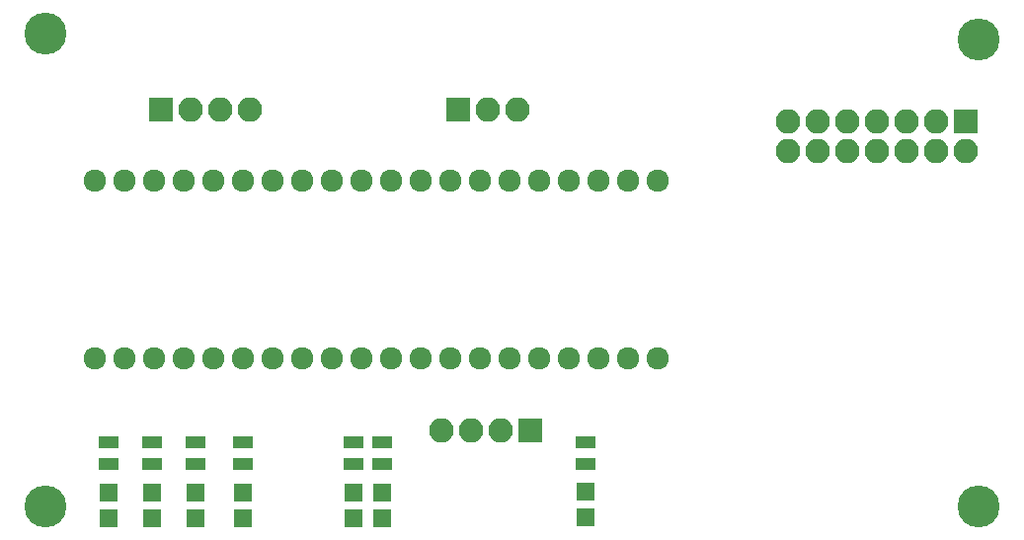
<source format=gbr>
G04 #@! TF.FileFunction,Soldermask,Bot*
%FSLAX46Y46*%
G04 Gerber Fmt 4.6, Leading zero omitted, Abs format (unit mm)*
G04 Created by KiCad (PCBNEW 4.0.6) date Thursday, 29 June 2017 'AMt' 11:53:14*
%MOMM*%
%LPD*%
G01*
G04 APERTURE LIST*
%ADD10C,0.100000*%
%ADD11R,1.700000X1.100000*%
%ADD12C,1.924000*%
%ADD13R,1.600000X1.600000*%
%ADD14R,2.100000X2.100000*%
%ADD15O,2.100000X2.100000*%
%ADD16C,3.600000*%
G04 APERTURE END LIST*
D10*
D11*
X120900000Y-74500000D03*
X120900000Y-76400000D03*
X116900000Y-74500000D03*
X116900000Y-76400000D03*
D12*
X108270000Y-67310000D03*
X110810000Y-67310000D03*
X113350000Y-67310000D03*
X115890000Y-67310000D03*
X118430000Y-67310000D03*
X120970000Y-67310000D03*
X123510000Y-67310000D03*
X126050000Y-67310000D03*
X128590000Y-67310000D03*
X131130000Y-67310000D03*
X133670000Y-67310000D03*
X136210000Y-67310000D03*
X138750000Y-67310000D03*
X141290000Y-67310000D03*
X143830000Y-67310000D03*
X146370000Y-67310000D03*
X148910000Y-67310000D03*
X151450000Y-67310000D03*
X153990000Y-67310000D03*
X156530000Y-67310000D03*
X156530000Y-52070000D03*
X153990000Y-52070000D03*
X151450000Y-52070000D03*
X148910000Y-52070000D03*
X146370000Y-52070000D03*
X143830000Y-52070000D03*
X141290000Y-52070000D03*
X138750000Y-52070000D03*
X136210000Y-52070000D03*
X133670000Y-52070000D03*
X131130000Y-52070000D03*
X128590000Y-52070000D03*
X126050000Y-52070000D03*
X123510000Y-52070000D03*
X120970000Y-52070000D03*
X118430000Y-52070000D03*
X115890000Y-52070000D03*
X113350000Y-52070000D03*
X110810000Y-52070000D03*
X108270000Y-52070000D03*
D13*
X130400000Y-78800000D03*
X130400000Y-81000000D03*
D11*
X109410000Y-74500000D03*
X109410000Y-76400000D03*
D13*
X109410000Y-78800000D03*
X109410000Y-81000000D03*
X116900000Y-78800000D03*
X116900000Y-81000000D03*
X132900000Y-78800000D03*
X132900000Y-81000000D03*
D11*
X130400000Y-74500000D03*
X130400000Y-76400000D03*
X132900000Y-74500000D03*
X132900000Y-76400000D03*
X150300000Y-74500000D03*
X150300000Y-76400000D03*
D13*
X150300000Y-78750000D03*
X150300000Y-80950000D03*
D11*
X113154999Y-74500000D03*
X113154999Y-76400000D03*
D14*
X113920000Y-46000000D03*
D15*
X116460000Y-46000000D03*
X119000000Y-46000000D03*
X121540000Y-46000000D03*
D14*
X182880000Y-46990000D03*
D15*
X182880000Y-49530000D03*
X180340000Y-46990000D03*
X180340000Y-49530000D03*
X177800000Y-46990000D03*
X177800000Y-49530000D03*
X175260000Y-46990000D03*
X175260000Y-49530000D03*
X172720000Y-46990000D03*
X172720000Y-49530000D03*
X170180000Y-46990000D03*
X170180000Y-49530000D03*
X167640000Y-46990000D03*
X167640000Y-49530000D03*
D13*
X113150000Y-78800000D03*
X113150000Y-81000000D03*
X120900000Y-78800000D03*
X120900000Y-81000000D03*
D14*
X139400000Y-46000000D03*
D15*
X141940000Y-46000000D03*
X144480000Y-46000000D03*
D14*
X145580000Y-73500000D03*
D15*
X143040000Y-73500000D03*
X140500000Y-73500000D03*
X137960000Y-73500000D03*
D16*
X104000000Y-39500000D03*
X104000000Y-80000000D03*
X184000000Y-80000000D03*
X184000000Y-40000000D03*
M02*

</source>
